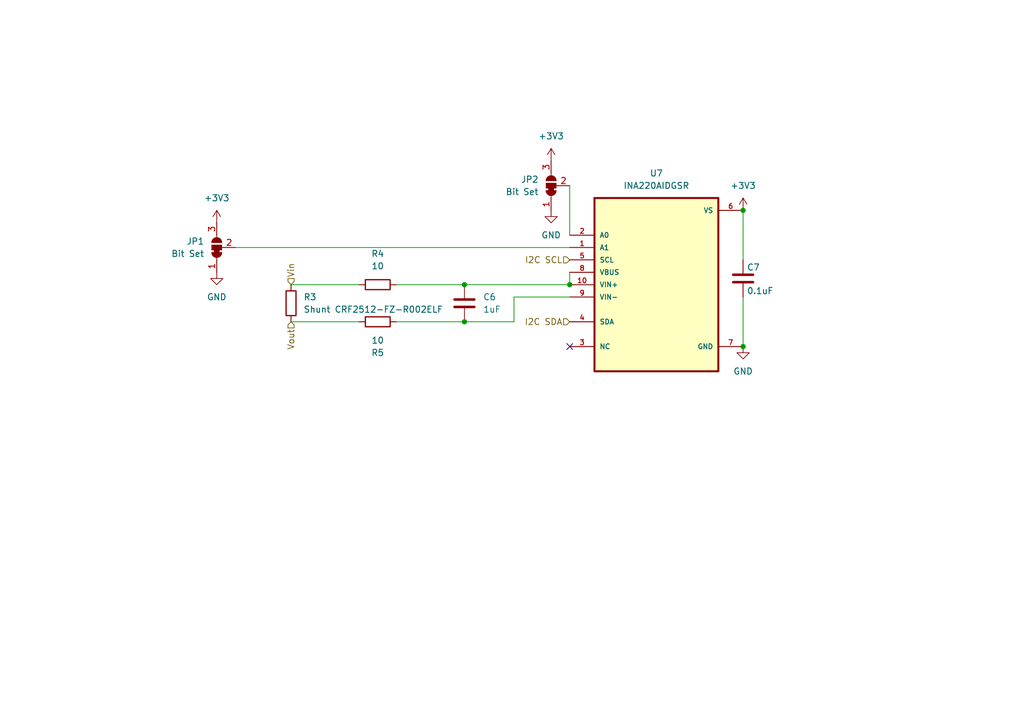
<source format=kicad_sch>
(kicad_sch (version 20231120) (generator "eeschema") (generator_version "8.0")
  (paper "A5")
  (lib_symbols
    (symbol "Current Sense:INA220AIDGSR" (pin_names (offset 1.016))
      (property "Reference" "U6" (at 0 22.86 0))
      (property "Value" "INA220AIDGSR" (at 0 20.32 0))
      (symbol "INA220AIDGSR_0_0"
        (rectangle (start -12.7 -17.78) (end 12.7 17.78) (stroke (width 0.41)) (fill (type background)))
        (pin input line (at -17.78 7.62 0) (length 5.08) (name "A1") (number "1"))
        (pin input line (at -17.78 0 0) (length 5.08) (name "VIN+") (number "10"))
        (pin input line (at -17.78 10.16 0) (length 5.08) (name "A0") (number "2"))
        (pin bidirectional line (at -17.78 -7.62 0) (length 5.08) (name "SDA") (number "4"))
        (pin input line (at -17.78 5.08 0) (length 5.08) (name "SCL") (number "5"))
        (pin power_in line (at 17.78 15.24 180) (length 5.08) (name "VS") (number "6"))
        (pin power_in line (at 17.78 -12.7 180) (length 5.08) (name "GND") (number "7"))
        (pin input line (at -17.78 2.54 0) (length 5.08) (name "VBUS") (number "8"))
        (pin input line (at -17.78 -2.54 0) (length 5.08) (name "VIN-") (number "9"))
      )
      (symbol "INA220AIDGSR_1_1"
        (pin input line (at -17.78 -12.7 0) (length 5.08) (name "NC") (number "3"))
      )
    )
    (symbol "Device:C" (pin_numbers hide) (pin_names (offset 0.254))
      (property "Reference" "C" (at 0.635 2.54 0))
      (property "Value" "C" (at 0.635 -2.54 0))
      (symbol "C_0_1"
        (polyline (pts (xy -2.032 -0.762) (xy 2.032 -0.762)) (stroke (width 0.508)))
        (polyline (pts (xy -2.032 0.762) (xy 2.032 0.762)) (stroke (width 0.508)))
      )
      (symbol "C_1_1"
        (pin passive line (at 0 3.81 270) (length 2.794) (name "~") (number "1"))
        (pin passive line (at 0 -3.81 90) (length 2.794) (name "~") (number "2"))
      )
    )
    (symbol "Device:R" (pin_numbers hide) (pin_names (offset 0))
      (property "Reference" "R" (at 2.032 0 90))
      (property "Value" "R" (at 0 0 90))
      (symbol "R_0_1"
        (rectangle (start -1.016 -2.54) (end 1.016 2.54) (stroke (width 0.254)))
      )
      (symbol "R_1_1"
        (pin passive line (at 0 3.81 270) (length 1.27) (name "~") (number "1"))
        (pin passive line (at 0 -3.81 90) (length 1.27) (name "~") (number "2"))
      )
    )
    (symbol "Jumper:SolderJumper_3_Bridged12" (pin_names (offset 0) hide) (exclude_from_sim yes) (in_bom no)
      (property "Reference" "JP" (at -2.54 -2.54 0))
      (property "Value" "SolderJumper_3_Bridged12" (at 0 2.794 0))
      (symbol "SolderJumper_3_Bridged12_0_1"
        (rectangle (start -1.016 0.508) (end -0.508 -0.508) (fill (type outline)))
        (arc (start -1.016 1.016) (mid -2.0276 0) (end -1.016 -1.016))
        (arc (start -1.016 1.016) (mid -2.0276 0) (end -1.016 -1.016) (fill (type outline)))
        (rectangle (start -0.508 1.016) (end 0.508 -1.016) (fill (type outline)))
        (polyline (pts (xy -2.54 0) (xy -2.032 0)))
        (polyline (pts (xy -1.016 1.016) (xy -1.016 -1.016)))
        (polyline (pts (xy 0 -1.27) (xy 0 -1.016)))
        (polyline (pts (xy 1.016 1.016) (xy 1.016 -1.016)))
        (polyline (pts (xy 2.54 0) (xy 2.032 0)))
        (arc (start 1.016 -1.016) (mid 2.0276 0) (end 1.016 1.016))
        (arc (start 1.016 -1.016) (mid 2.0276 0) (end 1.016 1.016) (fill (type outline)))
      )
      (symbol "SolderJumper_3_Bridged12_1_1"
        (pin passive line (at -5.08 0 0) (length 2.54) (name "A") (number "1"))
        (pin passive line (at 0 -3.81 90) (length 2.54) (name "C") (number "2"))
        (pin passive line (at 5.08 0 180) (length 2.54) (name "B") (number "3"))
      )
    )
    (symbol "power:+3V3" (power) (pin_numbers hide) (pin_names (offset 0) hide)
      (property "Value" "+3V3" (at 0 3.556 0))
      (symbol "+3V3_0_1"
        (polyline (pts (xy -0.762 1.27) (xy 0 2.54)))
        (polyline (pts (xy 0 0) (xy 0 2.54)))
        (polyline (pts (xy 0 2.54) (xy 0.762 1.27)))
      )
      (symbol "+3V3_1_1"
        (pin power_in line (at 0 0 90) (length 0) (name "~") (number "1"))
      )
    )
    (symbol "power:GND" (power) (pin_numbers hide) (pin_names (offset 0) hide)
      (property "Value" "GND" (at 0 -3.81 0))
      (symbol "GND_0_1"
        (polyline (pts (xy 0 0) (xy 0 -1.27) (xy 1.27 -1.27) (xy 0 -2.54) (xy -1.27 -1.27) (xy 0 -1.27)))
      )
      (symbol "GND_1_1"
        (pin power_in line (at 0 0 270) (length 0) (name "~") (number "1"))
      )
    )
  )
  (junction (at 95.25 58.42))
  (junction (at 116.84 58.42))
  (junction (at 152.4 43.18))
  (junction (at 152.4 71.12))
  (junction (at 95.25 66.04))
  (no_connect (at 116.84 71.12))
  (wire (pts (xy 95.25 66.04) (xy 105.41 66.04)))
  (wire (pts (xy 59.69 58.42) (xy 73.66 58.42)))
  (wire (pts (xy 59.69 66.04) (xy 73.66 66.04)))
  (wire (pts (xy 48.26 50.8) (xy 116.84 50.8)))
  (wire (pts (xy 105.41 66.04) (xy 105.41 60.96)))
  (wire (pts (xy 81.28 66.04) (xy 95.25 66.04)))
  (wire (pts (xy 152.4 43.18) (xy 152.4 53.34)))
  (wire (pts (xy 105.41 60.96) (xy 116.84 60.96)))
  (wire (pts (xy 116.84 38.1) (xy 116.84 48.26)))
  (wire (pts (xy 116.84 58.42) (xy 95.25 58.42)))
  (wire (pts (xy 116.84 55.88) (xy 116.84 58.42)))
  (wire (pts (xy 152.4 60.96) (xy 152.4 71.12)))
  (wire (pts (xy 81.28 58.42) (xy 95.25 58.42)))
  (hierarchical_label "Vout" (shape input) (at 59.69 66.04 270))
  (hierarchical_label "I2C SDA" (shape input) (at 116.84 66.04 180))
  (hierarchical_label "Vin" (shape input) (at 59.69 58.42 90))
  (hierarchical_label "I2C SCL" (shape input) (at 116.84 53.34 180))
  (symbol (lib_id "Device:C") (at 95.25 62.23 0) (unit 1)
    (property "Reference" "C6" (at 99.06 60.9599 0) (effects (justify left)))
    (property "Value" "1uF" (at 99.06 63.4999 0) (effects (justify left)))
    (property "Footprint" "Capacitor_SMD:C_0402_1005Metric_Pad0.74x0.62mm_HandSolder" (effects (hide yes)))
    (property "Description" "Unpolarized capacitor" (effects (hide yes)))
  )
  (symbol (lib_id "Current Sense:INA220AIDGSR") (at 134.62 58.42 0) (unit 1)
    (property "Reference" "U7" (at 134.62 35.56 0))
    (property "Value" "INA220AIDGSR" (at 134.62 38.1 0))
    (property "Footprint" "INA220:SOP50P490X110-10N" (effects (hide yes)))
  )
  (symbol (lib_id "Jumper:SolderJumper_3_Bridged12") (at 113.03 38.1 90) (unit 1) (exclude_from_sim yes) (in_bom no)
    (property "Reference" "JP2" (at 110.49 36.8299 90) (effects (justify left)))
    (property "Value" "Bit Set" (at 110.49 39.3699 90) (effects (justify left)))
    (property "Footprint" "Jumper:SolderJumper-3_P1.3mm_Bridged2Bar12_RoundedPad1.0x1.5mm" (effects (hide yes)))
    (property "Description" "3-pole Solder Jumper, pins 1+2 closed/bridged" (effects (hide yes)))
  )
  (symbol (lib_id "power:GND") (at 152.4 71.12 0) (unit 1)
    (property "Reference" "#PWR053" (effects (hide yes)))
    (property "Value" "GND" (at 152.4 76.2 0))
    (property "Description" "Power symbol creates a global label with name \"GND\" , ground" (effects (hide yes)))
  )
  (symbol (lib_id "Device:C") (at 152.4 57.15 0) (unit 1)
    (property "Reference" "C7" (at 153.162 54.864 0) (effects (justify left)))
    (property "Value" "0.1uF" (at 153.162 59.69 0) (effects (justify left)))
    (property "Footprint" "Capacitor_SMD:C_0402_1005Metric_Pad0.74x0.62mm_HandSolder" (effects (hide yes)))
    (property "Description" "Unpolarized capacitor" (effects (hide yes)))
  )
  (symbol (lib_id "power:GND") (at 113.03 43.18 0) (unit 1)
    (property "Reference" "#PWR051" (effects (hide yes)))
    (property "Value" "GND" (at 113.03 48.26 0))
    (property "Description" "Power symbol creates a global label with name \"GND\" , ground" (effects (hide yes)))
  )
  (symbol (lib_id "power:GND") (at 44.45 55.88 0) (unit 1)
    (property "Reference" "#PWR049" (effects (hide yes)))
    (property "Value" "GND" (at 44.45 60.96 0))
    (property "Description" "Power symbol creates a global label with name \"GND\" , ground" (effects (hide yes)))
  )
  (symbol (lib_id "Device:R") (at 77.47 58.42 90) (unit 1)
    (property "Reference" "R4" (at 77.47 52.07 90))
    (property "Value" "10" (at 77.47 54.61 90))
    (property "Footprint" "Resistor_SMD:R_0402_1005Metric_Pad0.72x0.64mm_HandSolder" (effects (hide yes)))
    (property "Description" "Resistor" (effects (hide yes)))
  )
  (symbol (lib_id "Device:R") (at 59.69 62.23 0) (unit 1)
    (property "Reference" "R3" (at 62.23 60.9599 0) (effects (justify left)))
    (property "Value" "Shunt CRF2512-FZ-R002ELF" (at 62.23 63.4999 0) (effects (justify left)))
    (property "Footprint" "Resistor_SMD:R_2512_6332Metric_Pad1.40x3.35mm_HandSolder" (effects (hide yes)))
    (property "Description" "Resistor" (effects (hide yes)))
  )
  (symbol (lib_id "Jumper:SolderJumper_3_Bridged12") (at 44.45 50.8 90) (unit 1) (exclude_from_sim yes) (in_bom no)
    (property "Reference" "JP1" (at 41.91 49.5299 90) (effects (justify left)))
    (property "Value" "Bit Set" (at 41.91 52.0699 90) (effects (justify left)))
    (property "Footprint" "Jumper:SolderJumper-3_P1.3mm_Bridged2Bar12_RoundedPad1.0x1.5mm" (effects (hide yes)))
    (property "Description" "3-pole Solder Jumper, pins 1+2 closed/bridged" (effects (hide yes)))
  )
  (symbol (lib_id "power:+3V3") (at 113.03 33.02 0) (unit 1)
    (property "Reference" "#PWR050" (effects (hide yes)))
    (property "Value" "+3V3" (at 113.03 27.94 0))
    (property "Description" "Power symbol creates a global label with name \"+3V3\"" (effects (hide yes)))
  )
  (symbol (lib_id "power:+3V3") (at 44.45 45.72 0) (unit 1)
    (property "Reference" "#PWR048" (effects (hide yes)))
    (property "Value" "+3V3" (at 44.45 40.64 0))
    (property "Description" "Power symbol creates a global label with name \"+3V3\"" (effects (hide yes)))
  )
  (symbol (lib_id "Device:R") (at 77.47 66.04 90) (mirror x) (unit 1)
    (property "Reference" "R5" (at 77.47 72.39 90))
    (property "Value" "10" (at 77.47 69.85 90))
    (property "Footprint" "Resistor_SMD:R_0402_1005Metric_Pad0.72x0.64mm_HandSolder" (effects (hide yes)))
    (property "Description" "Resistor" (effects (hide yes)))
  )
  (symbol (lib_id "power:+3V3") (at 152.4 43.18 0) (unit 1)
    (property "Reference" "#PWR052" (effects (hide yes)))
    (property "Value" "+3V3" (at 152.4 38.1 0))
    (property "Description" "Power symbol creates a global label with name \"+3V3\"" (effects (hide yes)))
  )
)
</source>
